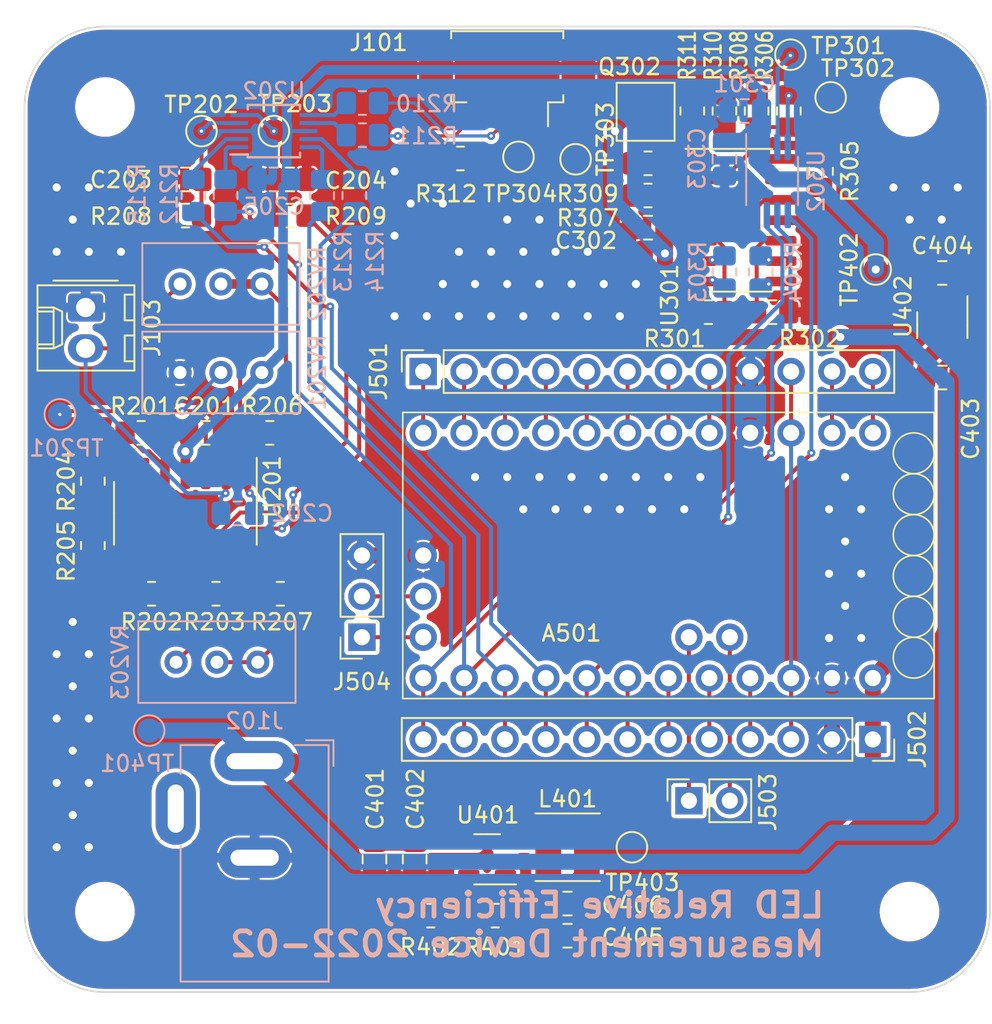
<source format=kicad_pcb>
(kicad_pcb (version 20221018) (generator pcbnew)

  (general
    (thickness 1.6)
  )

  (paper "A4")
  (layers
    (0 "F.Cu" signal)
    (31 "B.Cu" signal)
    (32 "B.Adhes" user "B.Adhesive")
    (33 "F.Adhes" user "F.Adhesive")
    (34 "B.Paste" user)
    (35 "F.Paste" user)
    (36 "B.SilkS" user "B.Silkscreen")
    (37 "F.SilkS" user "F.Silkscreen")
    (38 "B.Mask" user)
    (39 "F.Mask" user)
    (40 "Dwgs.User" user "User.Drawings")
    (41 "Cmts.User" user "User.Comments")
    (42 "Eco1.User" user "User.Eco1")
    (43 "Eco2.User" user "User.Eco2")
    (44 "Edge.Cuts" user)
    (45 "Margin" user)
    (46 "B.CrtYd" user "B.Courtyard")
    (47 "F.CrtYd" user "F.Courtyard")
    (48 "B.Fab" user)
    (49 "F.Fab" user)
    (50 "User.1" user)
    (51 "User.2" user)
    (52 "User.3" user)
    (53 "User.4" user)
    (54 "User.5" user)
    (55 "User.6" user)
    (56 "User.7" user)
    (57 "User.8" user)
    (58 "User.9" user)
  )

  (setup
    (stackup
      (layer "F.SilkS" (type "Top Silk Screen"))
      (layer "F.Paste" (type "Top Solder Paste"))
      (layer "F.Mask" (type "Top Solder Mask") (thickness 0.01))
      (layer "F.Cu" (type "copper") (thickness 0.035))
      (layer "dielectric 1" (type "core") (thickness 1.51) (material "FR4") (epsilon_r 4.5) (loss_tangent 0.02))
      (layer "B.Cu" (type "copper") (thickness 0.035))
      (layer "B.Mask" (type "Bottom Solder Mask") (thickness 0.01))
      (layer "B.Paste" (type "Bottom Solder Paste"))
      (layer "B.SilkS" (type "Bottom Silk Screen"))
      (copper_finish "None")
      (dielectric_constraints no)
    )
    (pad_to_mask_clearance 0)
    (pcbplotparams
      (layerselection 0x00010fc_ffffffff)
      (plot_on_all_layers_selection 0x0000000_00000000)
      (disableapertmacros false)
      (usegerberextensions false)
      (usegerberattributes true)
      (usegerberadvancedattributes true)
      (creategerberjobfile true)
      (dashed_line_dash_ratio 12.000000)
      (dashed_line_gap_ratio 3.000000)
      (svgprecision 6)
      (plotframeref false)
      (viasonmask false)
      (mode 1)
      (useauxorigin false)
      (hpglpennumber 1)
      (hpglpenspeed 20)
      (hpglpendiameter 15.000000)
      (dxfpolygonmode true)
      (dxfimperialunits true)
      (dxfusepcbnewfont true)
      (psnegative false)
      (psa4output false)
      (plotreference true)
      (plotvalue true)
      (plotinvisibletext false)
      (sketchpadsonfab false)
      (subtractmaskfromsilk false)
      (outputformat 1)
      (mirror false)
      (drillshape 0)
      (scaleselection 1)
      (outputdirectory "gerber/")
    )
  )

  (net 0 "")
  (net 1 "/MCU/TXO")
  (net 2 "/MCU/RXI")
  (net 3 "/MCU/RST")
  (net 4 "GND")
  (net 5 "/MCU/D2")
  (net 6 "/MCU/D3")
  (net 7 "/MCU/D4")
  (net 8 "/MCU/D5")
  (net 9 "/MCU/D6")
  (net 10 "/MCU/D7")
  (net 11 "/MCU/D8")
  (net 12 "/MCU/D9")
  (net 13 "/MCU/A7")
  (net 14 "/MCU/A6")
  (net 15 "/MCU/D10")
  (net 16 "/MCU/D11")
  (net 17 "/MCU/D12")
  (net 18 "/MCU/D13")
  (net 19 "/MCU/A0")
  (net 20 "/MCU/A1")
  (net 21 "/MCU/A2")
  (net 22 "/MCU/A3")
  (net 23 "/MCU/VCC")
  (net 24 "/MCU/A4")
  (net 25 "/MCU/A5")
  (net 26 "Net-(C202-Pad2)")
  (net 27 "+5V")
  (net 28 "unconnected-(J102-Pad3)")
  (net 29 "Net-(R205-Pad2)")
  (net 30 "/Input/PD_IN")
  (net 31 "Net-(R206-Pad1)")
  (net 32 "/Input/V_I_photo")
  (net 33 "/Input/V_I_LED")
  (net 34 "+3.3V")
  (net 35 "+12V")
  (net 36 "Net-(R207-Pad1)")
  (net 37 "/Output/LED+")
  (net 38 "/Input/LED_RET")
  (net 39 "/Input/V_LED+")
  (net 40 "/Input/V_LED-")
  (net 41 "/power/L5")
  (net 42 "Net-(R207-Pad2)")
  (net 43 "Net-(U201D--)")
  (net 44 "Net-(R304-Pad2)")
  (net 45 "Net-(R204-Pad2)")
  (net 46 "Net-(U202-SCLK)")
  (net 47 "Net-(U202-DIN)")
  (net 48 "Net-(U202-DOUT{slash}~{DRDY})")
  (net 49 "/Output/current_setpoint")
  (net 50 "Net-(U202-AIN2)")
  (net 51 "Net-(U202-~{CS})")
  (net 52 "Net-(U202-AIN3)")
  (net 53 "Net-(U201B--)")
  (net 54 "Net-(R305-Pad2)")
  (net 55 "Net-(R303-Pad2)")
  (net 56 "/Output/6")
  (net 57 "Net-(U201B-+)")
  (net 58 "Net-(U201C--)")
  (net 59 "Net-(U301B--)")
  (net 60 "Net-(U301C--)")
  (net 61 "Net-(U301D--)")
  (net 62 "Net-(U301A--)")
  (net 63 "Net-(R308-Pad2)")
  (net 64 "Net-(U301A-+)")
  (net 65 "Net-(Q302-E)")
  (net 66 "Net-(U401-FB)")
  (net 67 "Net-(U201A-+)")
  (net 68 "Net-(U302-V_{OUT}B)")
  (net 69 "Net-(Q302-B)")
  (net 70 "unconnected-(U401-EN-Pad1)")

  (footprint "Capacitor_SMD:C_0805_2012Metric_Pad1.18x1.45mm_HandSolder" (layer "F.Cu") (at 136.5 79.5 180))

  (footprint "Package_TO_SOT_SMD:SOT-23-5" (layer "F.Cu") (at 148.75 121.75 180))

  (footprint "Connector_PinSocket_2.54mm:PinSocket_1x03_P2.54mm_Vertical" (layer "F.Cu") (at 140.97 107.95 180))

  (footprint "TestPoint:TestPoint_Pad_D1.5mm" (layer "F.Cu") (at 131 76.5))

  (footprint "Capacitor_SMD:C_0805_2012Metric_Pad1.18x1.45mm_HandSolder" (layer "F.Cu") (at 144.25 121.75 -90))

  (footprint "Resistor_SMD:R_0805_2012Metric_Pad1.20x1.40mm_HandSolder" (layer "F.Cu") (at 149.25 125.25 180))

  (footprint "Resistor_SMD:R_0805_2012Metric_Pad1.20x1.40mm_HandSolder" (layer "F.Cu") (at 167.5 75.249999 -90))

  (footprint "Resistor_SMD:R_0805_2012Metric_Pad1.20x1.40mm_HandSolder" (layer "F.Cu") (at 161.5 75.249999 90))

  (footprint "Resistor_SMD:R_0805_2012Metric_Pad1.20x1.40mm_HandSolder" (layer "F.Cu") (at 124.25 102.25 -90))

  (footprint "Connector_PinSocket_2.54mm:PinSocket_1x12_P2.54mm_Vertical" (layer "F.Cu") (at 144.78 91.44 90))

  (footprint "Resistor_SMD:R_0805_2012Metric_Pad1.20x1.40mm_HandSolder" (layer "F.Cu") (at 145.25 125.25 180))

  (footprint "Connector_Molex:Molex_PicoBlade_53261-0471_1x04-1MP_P1.25mm_Horizontal" (layer "F.Cu") (at 150 73 180))

  (footprint "MountingHole:MountingHole_3.2mm_M3" (layer "F.Cu") (at 175 125))

  (footprint "Resistor_SMD:R_0805_2012Metric_Pad1.20x1.40mm_HandSolder" (layer "F.Cu") (at 162.5 87.749999 180))

  (footprint "Resistor_SMD:R_0805_2012Metric_Pad1.20x1.40mm_HandSolder" (layer "F.Cu") (at 166.5 87.749999 180))

  (footprint "Resistor_SMD:R_0805_2012Metric_Pad1.20x1.40mm_HandSolder" (layer "F.Cu") (at 165.5 75.249999 90))

  (footprint "Resistor_SMD:R_0805_2012Metric_Pad1.20x1.40mm_HandSolder" (layer "F.Cu") (at 163.5 75.249999 90))

  (footprint "Package_SO:SOIC-14_3.9x8.7mm_P1.27mm" (layer "F.Cu") (at 164.525 82.039999))

  (footprint "Seppl_Inductor_SMD:L_WE-PD2" (layer "F.Cu") (at 153.75 121))

  (footprint "TestPoint:TestPoint_Pad_D1.5mm" (layer "F.Cu") (at 167.6 71.75))

  (footprint "Seppl_Logo:Logo_5x7.5" (layer "F.Cu") (at 166 126 90))

  (footprint "Package_TO_SOT_SMD:SOT-23-3" (layer "F.Cu") (at 177.0375 88.5625 -90))

  (footprint "TestPoint:TestPoint_Pad_D1.5mm" (layer "F.Cu") (at 154.25 78.25))

  (footprint "Capacitor_SMD:C_0805_2012Metric_Pad1.18x1.45mm_HandSolder" (layer "F.Cu") (at 177.0375 91.8125))

  (footprint "Resistor_SMD:R_0805_2012Metric_Pad1.20x1.40mm_HandSolder" (layer "F.Cu") (at 136.5 81.75 180))

  (footprint "Capacitor_SMD:C_0805_2012Metric_Pad1.18x1.45mm_HandSolder" (layer "F.Cu") (at 153.75 126.5 180))

  (footprint "Capacitor_SMD:C_0805_2012Metric_Pad1.18x1.45mm_HandSolder" (layer "F.Cu") (at 177.0375 85.3125))

  (footprint "Seppl_MCU_Modules:Arduino_Pro_Mini_Variant1" (layer "F.Cu") (at 160.02 102.87))

  (footprint "TestPoint:TestPoint_Pad_D1.5mm" (layer "F.Cu") (at 135.5 76.5 90))

  (footprint "TestPoint:TestPoint_Pad_D1.5mm" (layer "F.Cu") (at 157.75 121))

  (footprint "TestPoint:TestPoint_Pad_D1.5mm" (layer "F.Cu") (at 150.7 78.1))

  (footprint "Connector_PinSocket_2.54mm:PinSocket_1x02_P2.54mm_Vertical" (layer "F.Cu") (at 161.29 118.11 90))

  (footprint "Connector_Molex:Molex_KK-254_AE-6410-02A_1x02_P2.54mm_Vertical" (layer "F.Cu") (at 123.8 87.46 -90))

  (footprint "Resistor_SMD:R_0805_2012Metric_Pad1.20x1.40mm_HandSolder" (layer "F.Cu") (at 135.9 105.25 180))

  (footprint "Resistor_SMD:R_0805_2012Metric_Pad1.20x1.40mm_HandSolder" (layer "F.Cu") (at 127.9 105.25 180))

  (footprint "Resistor_SMD:R_0805_2012Metric_Pad1.20x1.40mm_HandSolder" (layer "F.Cu") (at 131.9 105.25))

  (footprint "Resistor_SMD:R_0805_2012Metric_Pad1.20x1.40mm_HandSolder" (layer "F.Cu") (at 130 81.75))

  (footprint "TestPoint:TestPoint_Pad_D1.5mm" (layer "F.Cu") (at 170.1 74.4))

  (footprint "Resistor_SMD:R_0805_2012Metric_Pad1.20x1.40mm_HandSolder" (layer "F.Cu") (at 169.5 78.999999 90))

  (footprint "PCM_Package_TO_SOT_SMD_AKL:SOT-23" (layer "F.Cu") (at 158.6 75.3 180))

  (footprint "Capacitor_SMD:C_0805_2012Metric_Pad1.18x1.45mm_HandSolder" (layer "F.Cu") (at 153.75 124.5 180))

  (footprint "Resistor_SMD:R_0805_2012Metric_Pad1.20x1.40mm_HandSolder" (layer "F.Cu") (at 158.75 80.499999))

  (footprint "MountingHole:MountingHole_3.2mm_M3" (layer "F.Cu") (at 125 125))

  (footprint "Capacitor_SMD:C_0805_2012Metric_Pad1.18x1.45mm_HandSolder" (layer "F.Cu") (at 158.75 82.499999))

  (footprint "MountingHole:MountingHole_3.2mm_M3" (layer "F.Cu") (at 175 75))

  (footprint "MountingHole:MountingHole_3.2mm_M3" (layer "F.Cu") (at 125 75))

  (footprint "Capacitor_SMD:C_0805_2012Metric_Pad1.18x1.45mm_HandSolder" (layer "F.Cu") (at 130 79.5))

  (footprint "TestPoint:TestPoint_Pad_D1.5mm" (layer "F.Cu") (at 172.9 85.1 90))

  (footprint "Capacitor_SMD:C_0805_2012Metric_Pad1.18x1.45mm_HandSolder" (layer "F.Cu") (at 131.25 95.25 180))

  (footprint "Resistor_SMD:R_0805_2012Metric_Pad1.20x1.40mm_HandSolder" (layer "F.Cu") (at 135.25 95.25 180))

  (footprint "Connector_PinSocket_2.54mm:PinSocket_1x12_P2.54mm_Vertical" (layer "F.Cu") (at 172.72 114.3 -90))

  (footprint "Resistor_SMD:R_0805_2012Metric_Pad1.20x1.40mm_HandSolder" (layer "F.Cu") (at 127.25 95.25))

  (footprint "Resistor_SMD:R_0805_2012Metric_Pad1.20x1.40mm_HandSolder" (layer "F.Cu") (at 158.75 78.499999 180))

  (footprint "Package_SO:SOIC-14_3.9x8.7mm_P1.27mm" (layer "F.Cu")
    (tstamp e72b6842-1579-4f70-9c8c-1c6ef87244df)
    (at 130 100.25 -90)
    (descr "SOIC, 14 Pin (JEDEC MS-012AB, https://www.analog.com/media/en/package-pcb-resources/package/pkg_pdf/soic_narrow-r/r_14.pdf), generated with kicad-footprint-generator ipc_gullwing_generator.py")
    (tags "SOIC SO")
    (property "Sheetfile" "input.kicad_sch")
    (property "Sheetname" "Input")
    (property "ki_description" "Low-Power, Quad-Operational Amplifiers, DIP-14/SOIC-14/SSOP-14")
    (property "ki_keywords" "quad opamp")
    (path "/785e83d4-381c-480c-84c0-1791482f2439/ff8f40eb-d63f-4b32-bf9f-faa28d3707c0")
    (attr smd)
    (fp_text reference "U201" (at -1.65 -5.4 90) (layer "F.SilkS")
        (effects (font (size 1 1) (thickness 0.15)))
      (tstamp c817c9d0-79f1-4e2d-aa01-d8d944d16fb1)
    )
    (fp_text value "LM324" (at 0 5.28 90) (layer "F.Fab")
        (effects (font (size 1 1) (thickness 0.15)))
      (tstamp 56dbbcd0-114b-49fc-aa3d-20dd20b71529)
    )
    (fp_text user "${REFERENCE}" (at 0 0 90) (layer "F.Fab")
        (effects (font (size 0.98 0.98) (thickness 0.15)))
      (tstamp 3c4c67a7-8c24-4cb1-8162-252b6158d175)
    )
    (fp_line (start 0 -4.435) (end -3.45 -4.435)
      (stroke (width 0.12) (type solid)) (layer "F.SilkS") (tstamp 10591fa0-f284-4777-a5a3-15bed16832ed))
    (fp_line (start 0 -4.435) (end 1.95 -4.435)
      (stroke (width 0.12) (type solid)) (layer "F.SilkS") (tstamp 6c659052-27d3-412f-a430-dc43eced2b32))
    (fp_line (start 0 4.435) (end -1.95 4.435)
      (stroke (width 0.12) (type solid)) (layer "F.SilkS") (tstamp f28e33ad-6587-4c17-97ff-3dc1e4e84a02))
    (fp_line (start 0 4.435) (end 1.95 4.435)
      (stroke (width 0.12) (type solid)) (layer "F.SilkS") (tstamp 49a8b182-c25b-430b-8c6d-6963740cae59))
    (fp_line (start -3.7 -4.58) (end -3.7 4.58)
      (stroke (width 0.05) (type solid)) (layer "F.CrtYd") (tstamp 063140b5-7d46-4fbf-a43a-b162a1cb012b))
    (fp_line (start -3.7 4.58) (end 3.7 4.58)
      (stroke (width 0.05) (type solid)) (layer "F.CrtYd") (tstamp df7f9fc3-aeef-4d02-a223-0007c545ec51))
    (fp_line (start 3.7 -4.58) (end -3.7 -4.58)
      (stroke (width 0.05) (type solid)) (layer "F.CrtYd") (tstamp 2a81a613-6ee0-4a65-96d5-7169f5aebdf6))
    (fp_line (start 3.7 4.58) (end 3.7 -4.58)
      (stroke (width 0.05) (type solid)) (layer "F.CrtYd") (tstamp c9dc8a79-a9ba-4e8d-9ff1-f7540dcd0a19))
    (fp_line (start -1.95 -3.35) (end -0.975 -4.325)
      (stroke (width 0.1) (type solid)) (layer "F.Fab") (tstamp 3cf180e0-aa92-4dc2-b921-857dda57d357))
    (fp_line (start -1.95 4.325) (end -1.95 -3.35)
      (stroke (width 0.1) (type solid)) (layer "F.Fab") (tstamp a275a225-fef5-4551-b092-4ce89493f722))
    (fp_line (start -0.975 -4.325) (end 1.95 -4.325)
      (stroke (width 0.1) (type solid)) (layer "F.Fab") (tstamp 994c355a-6ac6-4442-abbe-1ef7e447565d))
    (fp_line (start 1.95 -4.325) (end 1.95 4.325)
      (stroke (width 0.1) (type solid)) (layer "F.Fab") (tstamp 67fd4920-2ec6-46dc-9d33-c785713a9fa3))
    (fp_line (start 1.95 4.325) (end -1.95 4.325)
      (stroke (width 0.1) (type solid)) (layer "F.Fab") (tstamp 5a215e60-9de2-4536-a347-2f7456d4828f))
    (pad "1" smd roundrect (at -2.475 -3.81 270) (size 1.95 0.6) (layers "F.Cu" "F.Paste" "F.Mask") (roundrect_rratio 0.25)
      (net 26 "Net-(C202-Pad2)") (pintype "output") (tstamp 7ef6598f-5102-4353-9200-ea1ea95668ba))
    (pad "2" smd roundrect (at -2.475 -2.54 270) (size 1.95 0.6) (layers "F.Cu" "F.Paste" "F.Mask") (roundrect_rratio 0.25)
      (net 30 "/Input/PD_IN") (pinfunction "-") (pintype "input") (tstamp c671aabe-3c7d-45f0-9f30-81976c0a5cbd))
    (pad "3" smd roundrect (at -2.475 -1.27 270) (size 1.95 0.6) (layers "F.Cu" "F.Paste" "F.Mask") (roundrect_rratio 0.25)
      (net 67 "Net-(U201A-+)") (pinfunction "+") (pintype "input") (tstamp 6b242cac-1b6a-493c-a836-99eeb08d99c9))
    (pad "4" smd roundrect (at -2.475 0 270) (size 1.95 0.6) (layers "F.Cu" "F.Paste" "F.Mask") (roundrect_rratio 0.25)
      (net 34 "+3.3V") (pinfunction "V+") (pintype "power_in") (tstamp 0809b18a-a218-47dd-9c5f-12c7fa8375d2))
    (pad "5" smd roundrect (at -2.475 1.27 270) (size 1.95 0.6) (layers "F.Cu" "F.Paste" "F.Mask") (roundrect_rratio 0.25)
      (net 57 "Net-(U201B-+)") (pinfunction "+") (pintype "input") (tstamp 5797b5e3-abe2-47df-9c08-6d5640f9c163))
    (pad "6" smd roundrect (at -2.475 2.54 270) (size 1.95 0.6) (layers "F.Cu" "F.Paste" "F.Mask") (roundrect_rratio 0.25)
      (net 53 "Net-(U201B--)") (pinfunction "-") (pintype "input") (tstamp fbaf7eb9-9695-4218-8404-e3cbb453720d))
    (pad "7" smd roundrect (at -2.475 3.81 270) (size 1.95 0.6) (layers "F.Cu" "F.Paste" "F.Mask") (roundrect_rratio 0.25)
      (net 45 "Net-(R204-Pad2)") (pintype "output") (tstamp 532f4b98-8a11-4068-9b7c-f6e37b6160bc))
    (pad "8" smd roundrect (at 2.475 3.81 270) (size 1.95 0.6) (layers "F.Cu" "F.Paste" "F.Mask") (roundrect_rratio 0.25)
      (net 29 "Net-(R205-Pad2)") (pintype "output") (tstamp 57579731-a824-428d-a96b-d328c1dae9c0))
    (pad "9" smd roundrect (at 2.475 2.54 270) (size 1.95 0.6) (layers "F.Cu" "F.Paste" "F.Mask") (roundrect_rratio 0.25)
      (net 58 "Net-(U201C--)") (pinfunction "-") (pintype "input") (tstamp 71529556-ddaf-4ac5-8e50-a31c6db817b0))
    (pad "10" smd roundrect (at 2.475 1.27 270) (size 1.95 0.6) (layers "F.Cu" "F.Paste" "F.Mask") (roundrect_rratio 0.25)
      (net 57 "Net-(U201B-+)") (pinfunction "+") (pintype "input") (tstamp 2291b611-fa32-464f-b699-4bca3d850213))
    (pad "11" smd roundrect (at 2.475 0 270) (size 1.95 0.6) (layers "F.Cu" "F.Paste" "F.Mask") (roundrect_rratio 0.25)
      (net 4 "GND") (pinfunction "V-") (pintype "power_in") (tstamp a81c8a17-51e8-4599-be1b-70692692465f))
    (pad "12" smd roundrect (at 2.475 -1.27 270) (size 1.95 0.6) (layers "F.Cu" "F.Paste" "F.Mask") (roundrect_rratio 0.25)
      (net 38 "/Input/LED_RET") (pinfunction "+") (pintype "input") (tstamp 7d68859d-724b-4fde-a20b-5cbf6dd34fb9))
    (pad "13" smd roundrect (at 2.475 -2.54 270) (size 1.95 0.6) (layers "F.Cu" "F.Paste" "F.Mask") (roundrect_rratio 0.25)
      (net 43 "Net-(U201D--)") (pinfun
... [825684 chars truncated]
</source>
